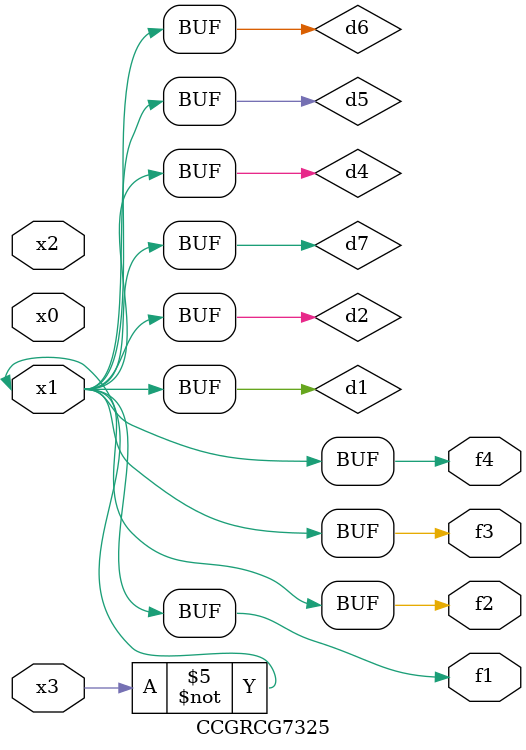
<source format=v>
module CCGRCG7325(
	input x0, x1, x2, x3,
	output f1, f2, f3, f4
);

	wire d1, d2, d3, d4, d5, d6, d7;

	not (d1, x3);
	buf (d2, x1);
	xnor (d3, d1, d2);
	nor (d4, d1);
	buf (d5, d1, d2);
	buf (d6, d4, d5);
	nand (d7, d4);
	assign f1 = d6;
	assign f2 = d7;
	assign f3 = d6;
	assign f4 = d6;
endmodule

</source>
